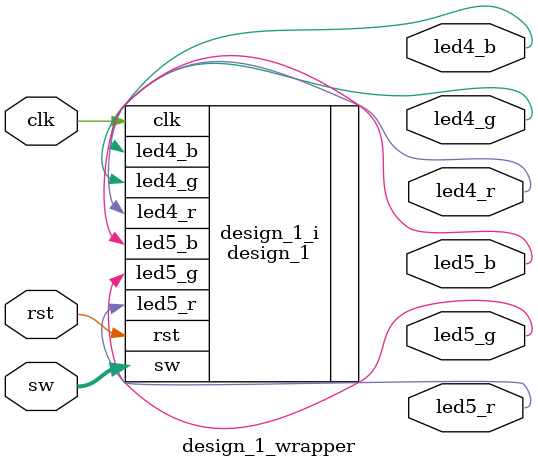
<source format=v>
`timescale 1 ps / 1 ps

module design_1_wrapper
   (clk,
    led4_b,
    led4_g,
    led4_r,
    led5_b,
    led5_g,
    led5_r,
    rst,
    sw);
  input clk;
  output led4_b;
  output led4_g;
  output led4_r;
  output led5_b;
  output led5_g;
  output led5_r;
  input rst;
  input [1:0]sw;

  wire clk;
  wire led4_b;
  wire led4_g;
  wire led4_r;
  wire led5_b;
  wire led5_g;
  wire led5_r;
  wire rst;
  wire [1:0]sw;

  design_1 design_1_i
       (.clk(clk),
        .led4_b(led4_b),
        .led4_g(led4_g),
        .led4_r(led4_r),
        .led5_b(led5_b),
        .led5_g(led5_g),
        .led5_r(led5_r),
        .rst(rst),
        .sw(sw));
endmodule

</source>
